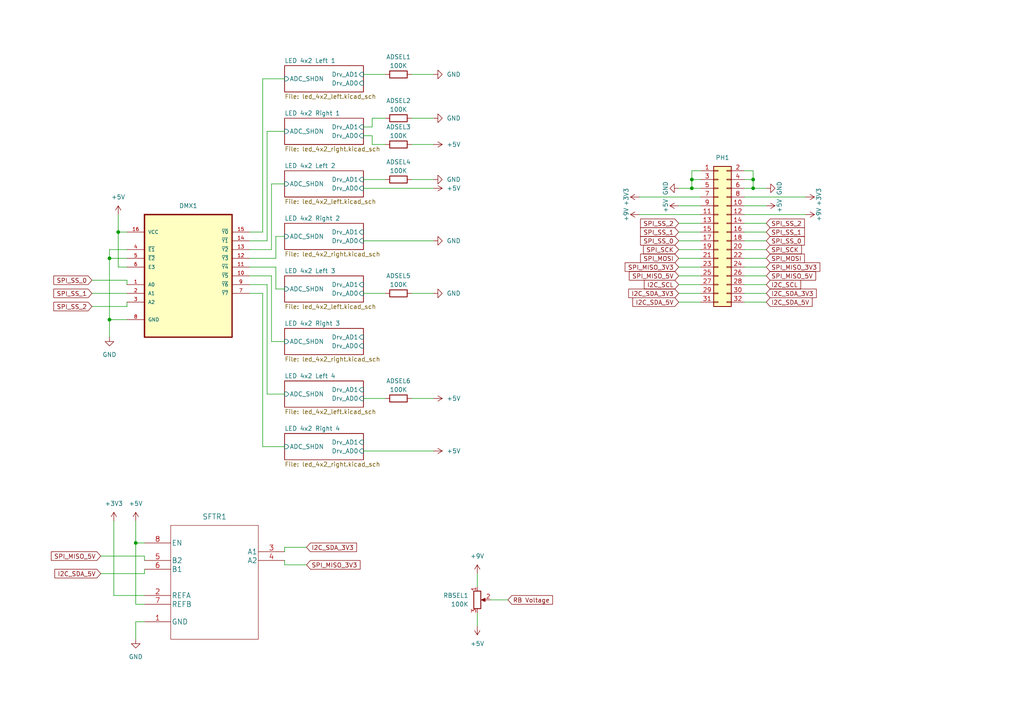
<source format=kicad_sch>
(kicad_sch (version 20211123) (generator eeschema)
  (paper "A4")
  (lib_symbols
    (symbol "Connector_Generic:Conn_02x16_Odd_Even" (pin_names (offset 1.016) hide)
      (property "Reference" "J" (at 1.27 20.32 0))
      (property "Value" "Conn_02x16_Odd_Even" (at 1.27 -22.86 0))
      (symbol "Conn_02x16_Odd_Even_1_1"
        (rectangle (start -1.27 -20.193) (end 0 -20.447) (stroke (width 0.1524)))
        (rectangle (start -1.27 -17.653) (end 0 -17.907) (stroke (width 0.1524)))
        (rectangle (start -1.27 -15.113) (end 0 -15.367) (stroke (width 0.1524)))
        (rectangle (start -1.27 -12.573) (end 0 -12.827) (stroke (width 0.1524)))
        (rectangle (start -1.27 -10.033) (end 0 -10.287) (stroke (width 0.1524)))
        (rectangle (start -1.27 -7.493) (end 0 -7.747) (stroke (width 0.1524)))
        (rectangle (start -1.27 -4.953) (end 0 -5.207) (stroke (width 0.1524)))
        (rectangle (start -1.27 -2.413) (end 0 -2.667) (stroke (width 0.1524)))
        (rectangle (start -1.27 0.127) (end 0 -0.127) (stroke (width 0.1524)))
        (rectangle (start -1.27 2.667) (end 0 2.413) (stroke (width 0.1524)))
        (rectangle (start -1.27 5.207) (end 0 4.953) (stroke (width 0.1524)))
        (rectangle (start -1.27 7.747) (end 0 7.493) (stroke (width 0.1524)))
        (rectangle (start -1.27 10.287) (end 0 10.033) (stroke (width 0.1524)))
        (rectangle (start -1.27 12.827) (end 0 12.573) (stroke (width 0.1524)))
        (rectangle (start -1.27 15.367) (end 0 15.113) (stroke (width 0.1524)))
        (rectangle (start -1.27 17.907) (end 0 17.653) (stroke (width 0.1524)))
        (rectangle (start -1.27 19.05) (end 3.81 -21.59) (stroke (width 0.254)) (fill (type background)))
        (rectangle (start 3.81 -20.193) (end 2.54 -20.447) (stroke (width 0.1524)))
        (rectangle (start 3.81 -17.653) (end 2.54 -17.907) (stroke (width 0.1524)))
        (rectangle (start 3.81 -15.113) (end 2.54 -15.367) (stroke (width 0.1524)))
        (rectangle (start 3.81 -12.573) (end 2.54 -12.827) (stroke (width 0.1524)))
        (rectangle (start 3.81 -10.033) (end 2.54 -10.287) (stroke (width 0.1524)))
        (rectangle (start 3.81 -7.493) (end 2.54 -7.747) (stroke (width 0.1524)))
        (rectangle (start 3.81 -4.953) (end 2.54 -5.207) (stroke (width 0.1524)))
        (rectangle (start 3.81 -2.413) (end 2.54 -2.667) (stroke (width 0.1524)))
        (rectangle (start 3.81 0.127) (end 2.54 -0.127) (stroke (width 0.1524)))
        (rectangle (start 3.81 2.667) (end 2.54 2.413) (stroke (width 0.1524)))
        (rectangle (start 3.81 5.207) (end 2.54 4.953) (stroke (width 0.1524)))
        (rectangle (start 3.81 7.747) (end 2.54 7.493) (stroke (width 0.1524)))
        (rectangle (start 3.81 10.287) (end 2.54 10.033) (stroke (width 0.1524)))
        (rectangle (start 3.81 12.827) (end 2.54 12.573) (stroke (width 0.1524)))
        (rectangle (start 3.81 15.367) (end 2.54 15.113) (stroke (width 0.1524)))
        (rectangle (start 3.81 17.907) (end 2.54 17.653) (stroke (width 0.1524)))
        (pin passive line (at -5.08 17.78 0) (length 3.81) (name "Pin_1") (number "1"))
        (pin passive line (at 7.62 7.62 180) (length 3.81) (name "Pin_10") (number "10"))
        (pin passive line (at -5.08 5.08 0) (length 3.81) (name "Pin_11") (number "11"))
        (pin passive line (at 7.62 5.08 180) (length 3.81) (name "Pin_12") (number "12"))
        (pin passive line (at -5.08 2.54 0) (length 3.81) (name "Pin_13") (number "13"))
        (pin passive line (at 7.62 2.54 180) (length 3.81) (name "Pin_14") (number "14"))
        (pin passive line (at -5.08 0 0) (length 3.81) (name "Pin_15") (number "15"))
        (pin passive line (at 7.62 0 180) (length 3.81) (name "Pin_16") (number "16"))
        (pin passive line (at -5.08 -2.54 0) (length 3.81) (name "Pin_17") (number "17"))
        (pin passive line (at 7.62 -2.54 180) (length 3.81) (name "Pin_18") (number "18"))
        (pin passive line (at -5.08 -5.08 0) (length 3.81) (name "Pin_19") (number "19"))
        (pin passive line (at 7.62 17.78 180) (length 3.81) (name "Pin_2") (number "2"))
        (pin passive line (at 7.62 -5.08 180) (length 3.81) (name "Pin_20") (number "20"))
        (pin passive line (at -5.08 -7.62 0) (length 3.81) (name "Pin_21") (number "21"))
        (pin passive line (at 7.62 -7.62 180) (length 3.81) (name "Pin_22") (number "22"))
        (pin passive line (at -5.08 -10.16 0) (length 3.81) (name "Pin_23") (number "23"))
        (pin passive line (at 7.62 -10.16 180) (length 3.81) (name "Pin_24") (number "24"))
        (pin passive line (at -5.08 -12.7 0) (length 3.81) (name "Pin_25") (number "25"))
        (pin passive line (at 7.62 -12.7 180) (length 3.81) (name "Pin_26") (number "26"))
        (pin passive line (at -5.08 -15.24 0) (length 3.81) (name "Pin_27") (number "27"))
        (pin passive line (at 7.62 -15.24 180) (length 3.81) (name "Pin_28") (number "28"))
        (pin passive line (at -5.08 -17.78 0) (length 3.81) (name "Pin_29") (number "29"))
        (pin passive line (at -5.08 15.24 0) (length 3.81) (name "Pin_3") (number "3"))
        (pin passive line (at 7.62 -17.78 180) (length 3.81) (name "Pin_30") (number "30"))
        (pin passive line (at -5.08 -20.32 0) (length 3.81) (name "Pin_31") (number "31"))
        (pin passive line (at 7.62 -20.32 180) (length 3.81) (name "Pin_32") (number "32"))
        (pin passive line (at 7.62 15.24 180) (length 3.81) (name "Pin_4") (number "4"))
        (pin passive line (at -5.08 12.7 0) (length 3.81) (name "Pin_5") (number "5"))
        (pin passive line (at 7.62 12.7 180) (length 3.81) (name "Pin_6") (number "6"))
        (pin passive line (at -5.08 10.16 0) (length 3.81) (name "Pin_7") (number "7"))
        (pin passive line (at 7.62 10.16 180) (length 3.81) (name "Pin_8") (number "8"))
        (pin passive line (at -5.08 7.62 0) (length 3.81) (name "Pin_9") (number "9"))
      )
    )
    (symbol "DEMUX:74HC138D-Q100,118" (pin_names (offset 1.016))
      (property "Reference" "U" (at -5.2832 18.1102 0))
      (property "Value" "74HC138D-Q100,118" (at -4.826 -24.9174 0))
      (symbol "74HC138D-Q100,118_0_0"
        (rectangle (start -12.7 -20.32) (end 12.7 15.24) (stroke (width 0.4064)) (fill (type background)))
        (pin input line (at -17.78 -5.08 0) (length 5.08) (name "A0") (number "1"))
        (pin output line (at 17.78 -2.54 180) (length 5.08) (name "~{Y5}") (number "10"))
        (pin output line (at 17.78 0 180) (length 5.08) (name "~{Y4}") (number "11"))
        (pin output line (at 17.78 2.54 180) (length 5.08) (name "~{Y3}") (number "12"))
        (pin output line (at 17.78 5.08 180) (length 5.08) (name "~{Y2}") (number "13"))
        (pin output line (at 17.78 7.62 180) (length 5.08) (name "~{Y1}") (number "14"))
        (pin output line (at 17.78 10.16 180) (length 5.08) (name "~{Y0}") (number "15"))
        (pin power_in line (at -17.78 10.16 0) (length 5.08) (name "VCC") (number "16"))
        (pin input line (at -17.78 -7.62 0) (length 5.08) (name "A1") (number "2"))
        (pin input line (at -17.78 -10.16 0) (length 5.08) (name "A2") (number "3"))
        (pin input line (at -17.78 5.08 0) (length 5.08) (name "~{E1}") (number "4"))
        (pin input line (at -17.78 2.54 0) (length 5.08) (name "~{E2}") (number "5"))
        (pin input line (at -17.78 0 0) (length 5.08) (name "E3") (number "6"))
        (pin output line (at 17.78 -7.62 180) (length 5.08) (name "~{Y7}") (number "7"))
        (pin passive line (at -17.78 -15.24 0) (length 5.08) (name "GND") (number "8"))
        (pin output line (at 17.78 -5.08 180) (length 5.08) (name "~{Y6}") (number "9"))
      )
    )
    (symbol "Device:R" (pin_numbers hide) (pin_names (offset 0))
      (property "Reference" "R" (at 2.032 0 90))
      (property "Value" "R" (at 0 0 90))
      (symbol "R_0_1"
        (rectangle (start -1.016 -2.54) (end 1.016 2.54) (stroke (width 0.254)))
      )
      (symbol "R_1_1"
        (pin passive line (at 0 3.81 270) (length 1.27) (name "~") (number "1"))
        (pin passive line (at 0 -3.81 90) (length 1.27) (name "~") (number "2"))
      )
    )
    (symbol "Device:R_Potentiometer" (pin_names (offset 1.016) hide)
      (property "Reference" "RV" (at -4.445 0 90))
      (property "Value" "R_Potentiometer" (at -2.54 0 90))
      (symbol "R_Potentiometer_0_1"
        (polyline (pts (xy 2.54 0) (xy 1.524 0)))
        (polyline (pts (xy 1.143 0) (xy 2.286 0.508) (xy 2.286 -0.508) (xy 1.143 0)) (fill (type outline)))
        (rectangle (start 1.016 2.54) (end -1.016 -2.54) (stroke (width 0.254)))
      )
      (symbol "R_Potentiometer_1_1"
        (pin passive line (at 0 3.81 270) (length 1.27) (name "1") (number "1"))
        (pin passive line (at 3.81 0 180) (length 1.27) (name "2") (number "2"))
        (pin passive line (at 0 -3.81 90) (length 1.27) (name "3") (number "3"))
      )
    )
    (symbol "Level Shifter:LSF0102DCH" (pin_names (offset 0.254))
      (property "Reference" "U" (at 20.32 10.16 0))
      (property "Value" "LSF0102DCH" (at 20.32 7.62 0))
      (symbol "LSF0102DCH_1_1"
        (polyline (pts (xy 7.62 -27.94) (xy 33.02 -27.94)) (stroke (width 0.127)))
        (polyline (pts (xy 7.62 5.08) (xy 7.62 -27.94)) (stroke (width 0.127)))
        (polyline (pts (xy 33.02 -27.94) (xy 33.02 5.08)) (stroke (width 0.127)))
        (polyline (pts (xy 33.02 5.08) (xy 7.62 5.08)) (stroke (width 0.127)))
        (pin power_in line (at 0 -22.86 0) (length 7.62) (name "GND") (number "1"))
        (pin power_in line (at 0 -15.24 0) (length 7.62) (name "REFA") (number "2"))
        (pin bidirectional line (at 40.64 -2.54 180) (length 7.62) (name "A1") (number "3"))
        (pin bidirectional line (at 40.64 -5.08 180) (length 7.62) (name "A2") (number "4"))
        (pin bidirectional line (at 0 -5.08 0) (length 7.62) (name "B2") (number "5"))
        (pin bidirectional line (at 0 -7.62 0) (length 7.62) (name "B1") (number "6"))
        (pin power_in line (at 0 -17.78 0) (length 7.62) (name "REFB") (number "7"))
        (pin input line (at 0 0 0) (length 7.62) (name "EN") (number "8"))
      )
    )
    (symbol "power:+3V3" (power) (pin_names (offset 0))
      (property "Value" "+3V3" (at 0 3.556 0))
      (symbol "+3V3_0_1"
        (polyline (pts (xy -0.762 1.27) (xy 0 2.54)))
        (polyline (pts (xy 0 0) (xy 0 2.54)))
        (polyline (pts (xy 0 2.54) (xy 0.762 1.27)))
      )
      (symbol "+3V3_1_1"
        (pin power_in line (at 0 0 90) (length 0) hide (name "+3V3") (number "1"))
      )
    )
    (symbol "power:+5V" (power) (pin_names (offset 0))
      (property "Value" "+5V" (at 0 3.556 0))
      (symbol "+5V_0_1"
        (polyline (pts (xy -0.762 1.27) (xy 0 2.54)))
        (polyline (pts (xy 0 0) (xy 0 2.54)))
        (polyline (pts (xy 0 2.54) (xy 0.762 1.27)))
      )
      (symbol "+5V_1_1"
        (pin power_in line (at 0 0 90) (length 0) hide (name "+5V") (number "1"))
      )
    )
    (symbol "power:+9V" (power) (pin_names (offset 0))
      (property "Value" "+9V" (at 0 3.556 0))
      (symbol "+9V_0_1"
        (polyline (pts (xy -0.762 1.27) (xy 0 2.54)))
        (polyline (pts (xy 0 0) (xy 0 2.54)))
        (polyline (pts (xy 0 2.54) (xy 0.762 1.27)))
      )
      (symbol "+9V_1_1"
        (pin power_in line (at 0 0 90) (length 0) hide (name "+9V") (number "1"))
      )
    )
    (symbol "power:GND" (power) (pin_names (offset 0))
      (property "Value" "GND" (at 0 -3.81 0))
      (symbol "GND_0_1"
        (polyline (pts (xy 0 0) (xy 0 -1.27) (xy 1.27 -1.27) (xy 0 -2.54) (xy -1.27 -1.27) (xy 0 -1.27)))
      )
      (symbol "GND_1_1"
        (pin power_in line (at 0 0 270) (length 0) hide (name "GND") (number "1"))
      )
    )
  )
  (junction (at 200.66 52.07))
  (junction (at 200.66 54.61))
  (junction (at 218.44 54.61))
  (junction (at 31.75 74.93))
  (junction (at 39.37 157.48))
  (junction (at 34.29 67.31))
  (junction (at 31.75 92.71))
  (junction (at 218.44 52.07))
  (wire (pts (xy 105.41 39.37) (xy 107.95 39.37)))
  (wire (pts (xy 31.75 92.71) (xy 31.75 97.79)))
  (wire (pts (xy 72.39 67.31) (xy 76.2 67.31)))
  (wire (pts (xy 203.2 77.47) (xy 196.85 77.47)))
  (wire (pts (xy 203.2 72.39) (xy 196.85 72.39)))
  (wire (pts (xy 107.95 34.29) (xy 107.95 36.83)))
  (wire (pts (xy 76.2 129.54) (xy 82.55 129.54)))
  (wire (pts (xy 203.2 57.15) (xy 185.42 57.15)))
  (wire (pts (xy 111.76 34.29) (xy 107.95 34.29)))
  (wire (pts (xy 78.74 72.39) (xy 78.74 53.34)))
  (wire (pts (xy 72.39 80.01) (xy 78.74 80.01)))
  (wire (pts (xy 215.9 59.69) (xy 222.25 59.69)))
  (wire (pts (xy 80.01 68.58) (xy 82.55 68.58)))
  (wire (pts (xy 72.39 85.09) (xy 76.2 85.09)))
  (wire (pts (xy 203.2 49.53) (xy 200.66 49.53)))
  (wire (pts (xy 36.83 92.71) (xy 31.75 92.71)))
  (wire (pts (xy 215.9 64.77) (xy 222.25 64.77)))
  (wire (pts (xy 119.38 41.91) (xy 125.73 41.91)))
  (wire (pts (xy 78.74 99.06) (xy 82.55 99.06)))
  (wire (pts (xy 105.41 54.61) (xy 125.73 54.61)))
  (wire (pts (xy 138.43 166.37) (xy 138.43 170.18)))
  (wire (pts (xy 77.47 69.85) (xy 77.47 38.1)))
  (wire (pts (xy 119.38 85.09) (xy 125.73 85.09)))
  (wire (pts (xy 36.83 77.47) (xy 34.29 77.47)))
  (wire (pts (xy 218.44 49.53) (xy 218.44 52.07)))
  (wire (pts (xy 218.44 54.61) (xy 222.25 54.61)))
  (wire (pts (xy 119.38 115.57) (xy 125.73 115.57)))
  (wire (pts (xy 119.38 34.29) (xy 125.73 34.29)))
  (wire (pts (xy 105.41 21.59) (xy 111.76 21.59)))
  (wire (pts (xy 76.2 85.09) (xy 76.2 129.54)))
  (wire (pts (xy 215.9 74.93) (xy 222.25 74.93)))
  (wire (pts (xy 215.9 49.53) (xy 218.44 49.53)))
  (wire (pts (xy 107.95 36.83) (xy 105.41 36.83)))
  (wire (pts (xy 77.47 114.3) (xy 82.55 114.3)))
  (wire (pts (xy 34.29 62.23) (xy 34.29 67.31)))
  (wire (pts (xy 119.38 21.59) (xy 125.73 21.59)))
  (wire (pts (xy 215.9 72.39) (xy 222.25 72.39)))
  (wire (pts (xy 31.75 92.71) (xy 31.75 74.93)))
  (wire (pts (xy 200.66 52.07) (xy 200.66 54.61)))
  (wire (pts (xy 36.83 88.9) (xy 36.83 87.63)))
  (wire (pts (xy 215.9 77.47) (xy 222.25 77.47)))
  (wire (pts (xy 80.01 83.82) (xy 82.55 83.82)))
  (wire (pts (xy 105.41 85.09) (xy 111.76 85.09)))
  (wire (pts (xy 138.43 177.8) (xy 138.43 181.61)))
  (wire (pts (xy 215.9 67.31) (xy 222.25 67.31)))
  (wire (pts (xy 78.74 80.01) (xy 78.74 99.06)))
  (wire (pts (xy 39.37 180.34) (xy 39.37 185.42)))
  (wire (pts (xy 26.67 85.09) (xy 36.83 85.09)))
  (wire (pts (xy 107.95 39.37) (xy 107.95 41.91)))
  (wire (pts (xy 119.38 52.07) (xy 125.73 52.07)))
  (wire (pts (xy 72.39 82.55) (xy 77.47 82.55)))
  (wire (pts (xy 80.01 74.93) (xy 80.01 68.58)))
  (wire (pts (xy 203.2 64.77) (xy 196.85 64.77)))
  (wire (pts (xy 80.01 77.47) (xy 80.01 83.82)))
  (wire (pts (xy 72.39 74.93) (xy 80.01 74.93)))
  (wire (pts (xy 41.91 166.37) (xy 41.91 165.1)))
  (wire (pts (xy 41.91 180.34) (xy 39.37 180.34)))
  (wire (pts (xy 105.41 115.57) (xy 111.76 115.57)))
  (wire (pts (xy 200.66 54.61) (xy 196.85 54.61)))
  (wire (pts (xy 203.2 69.85) (xy 196.85 69.85)))
  (wire (pts (xy 39.37 151.13) (xy 39.37 157.48)))
  (wire (pts (xy 203.2 74.93) (xy 196.85 74.93)))
  (wire (pts (xy 76.2 22.86) (xy 82.55 22.86)))
  (wire (pts (xy 203.2 62.23) (xy 185.42 62.23)))
  (wire (pts (xy 215.9 52.07) (xy 218.44 52.07)))
  (wire (pts (xy 76.2 67.31) (xy 76.2 22.86)))
  (wire (pts (xy 82.55 158.75) (xy 82.55 160.02)))
  (wire (pts (xy 36.83 81.28) (xy 36.83 82.55)))
  (wire (pts (xy 26.67 81.28) (xy 36.83 81.28)))
  (wire (pts (xy 39.37 157.48) (xy 41.91 157.48)))
  (wire (pts (xy 82.55 163.83) (xy 88.9 163.83)))
  (wire (pts (xy 34.29 77.47) (xy 34.29 67.31)))
  (wire (pts (xy 203.2 67.31) (xy 196.85 67.31)))
  (wire (pts (xy 218.44 52.07) (xy 218.44 54.61)))
  (wire (pts (xy 196.85 87.63) (xy 203.2 87.63)))
  (wire (pts (xy 215.9 62.23) (xy 233.68 62.23)))
  (wire (pts (xy 215.9 82.55) (xy 222.25 82.55)))
  (wire (pts (xy 33.02 151.13) (xy 33.02 172.72)))
  (wire (pts (xy 41.91 175.26) (xy 39.37 175.26)))
  (wire (pts (xy 82.55 158.75) (xy 88.9 158.75)))
  (wire (pts (xy 107.95 41.91) (xy 111.76 41.91)))
  (wire (pts (xy 34.29 67.31) (xy 36.83 67.31)))
  (wire (pts (xy 33.02 172.72) (xy 41.91 172.72)))
  (wire (pts (xy 26.67 88.9) (xy 36.83 88.9)))
  (wire (pts (xy 77.47 38.1) (xy 82.55 38.1)))
  (wire (pts (xy 29.21 166.37) (xy 41.91 166.37)))
  (wire (pts (xy 215.9 80.01) (xy 222.25 80.01)))
  (wire (pts (xy 142.24 173.99) (xy 147.32 173.99)))
  (wire (pts (xy 222.25 87.63) (xy 215.9 87.63)))
  (wire (pts (xy 72.39 69.85) (xy 77.47 69.85)))
  (wire (pts (xy 31.75 74.93) (xy 36.83 74.93)))
  (wire (pts (xy 105.41 52.07) (xy 111.76 52.07)))
  (wire (pts (xy 39.37 175.26) (xy 39.37 157.48)))
  (wire (pts (xy 72.39 77.47) (xy 80.01 77.47)))
  (wire (pts (xy 215.9 57.15) (xy 233.68 57.15)))
  (wire (pts (xy 105.41 130.81) (xy 125.73 130.81)))
  (wire (pts (xy 29.21 161.29) (xy 41.91 161.29)))
  (wire (pts (xy 215.9 69.85) (xy 222.25 69.85)))
  (wire (pts (xy 105.41 69.85) (xy 125.73 69.85)))
  (wire (pts (xy 203.2 59.69) (xy 196.85 59.69)))
  (wire (pts (xy 222.25 85.09) (xy 215.9 85.09)))
  (wire (pts (xy 78.74 53.34) (xy 82.55 53.34)))
  (wire (pts (xy 203.2 80.01) (xy 196.85 80.01)))
  (wire (pts (xy 200.66 49.53) (xy 200.66 52.07)))
  (wire (pts (xy 77.47 82.55) (xy 77.47 114.3)))
  (wire (pts (xy 203.2 54.61) (xy 200.66 54.61)))
  (wire (pts (xy 72.39 72.39) (xy 78.74 72.39)))
  (wire (pts (xy 196.85 85.09) (xy 203.2 85.09)))
  (wire (pts (xy 203.2 82.55) (xy 196.85 82.55)))
  (wire (pts (xy 36.83 72.39) (xy 31.75 72.39)))
  (wire (pts (xy 203.2 52.07) (xy 200.66 52.07)))
  (wire (pts (xy 31.75 72.39) (xy 31.75 74.93)))
  (wire (pts (xy 215.9 54.61) (xy 218.44 54.61)))
  (wire (pts (xy 82.55 163.83) (xy 82.55 162.56)))
  (wire (pts (xy 41.91 162.56) (xy 41.91 161.29)))
  (global_label "SPI_MISO_3V3" (shape input) (at 222.25 77.47 0) (property "Intersheet References" "${INTERSHEET_REFS}" (effects hide)))
  (global_label "I2C_SDA_5V" (shape input) (at 29.21 166.37 180) (property "Intersheet References" "${INTERSHEET_REFS}" (effects hide)))
  (global_label "SPI_SS_2" (shape input) (at 196.85 64.77 180) (property "Intersheet References" "${INTERSHEET_REFS}" (effects hide)))
  (global_label "SPI_MISO_3V3" (shape input) (at 196.85 77.47 180) (property "Intersheet References" "${INTERSHEET_REFS}" (effects hide)))
  (global_label "SPI_MISO_5V" (shape input) (at 222.25 80.01 0) (property "Intersheet References" "${INTERSHEET_REFS}" (effects hide)))
  (global_label "I2C_SCL" (shape input) (at 196.85 82.55 180) (property "Intersheet References" "${INTERSHEET_REFS}" (effects hide)))
  (global_label "SPI_SS_2" (shape input) (at 222.25 64.77 0) (property "Intersheet References" "${INTERSHEET_REFS}" (effects hide)))
  (global_label "SPI_MISO_5V" (shape input) (at 196.85 80.01 180) (property "Intersheet References" "${INTERSHEET_REFS}" (effects hide)))
  (global_label "SPI_MOSI" (shape input) (at 222.25 74.93 0) (property "Intersheet References" "${INTERSHEET_REFS}" (effects hide)))
  (global_label "SPI_MISO_5V" (shape input) (at 29.21 161.29 180) (property "Intersheet References" "${INTERSHEET_REFS}" (effects hide)))
  (global_label "I2C_SDA_3V3" (shape input) (at 88.9 158.75 0) (property "Intersheet References" "${INTERSHEET_REFS}" (effects hide)))
  (global_label "SPI_SS_0" (shape input) (at 196.85 69.85 180) (property "Intersheet References" "${INTERSHEET_REFS}" (effects hide)))
  (global_label "SPI_SS_1" (shape input) (at 196.85 67.31 180) (property "Intersheet References" "${INTERSHEET_REFS}" (effects hide)))
  (global_label "SPI_MOSI" (shape input) (at 196.85 74.93 180) (property "Intersheet References" "${INTERSHEET_REFS}" (effects hide)))
  (global_label "I2C_SCL" (shape input) (at 222.25 82.55 0) (property "Intersheet References" "${INTERSHEET_REFS}" (effects hide)))
  (global_label "I2C_SDA_3V3" (shape input) (at 222.25 85.09 0) (property "Intersheet References" "${INTERSHEET_REFS}" (effects hide)))
  (global_label "SPI_SS_1" (shape input) (at 26.67 85.09 180) (property "Intersheet References" "${INTERSHEET_REFS}" (effects hide)))
  (global_label "I2C_SDA_5V" (shape input) (at 222.25 87.63 0) (property "Intersheet References" "${INTERSHEET_REFS}" (effects hide)))
  (global_label "SPI_SCK" (shape input) (at 196.85 72.39 180) (property "Intersheet References" "${INTERSHEET_REFS}" (effects hide)))
  (global_label "SPI_SS_0" (shape input) (at 26.67 81.28 180) (property "Intersheet References" "${INTERSHEET_REFS}" (effects hide)))
  (global_label "SPI_SS_0" (shape input) (at 222.25 69.85 0) (property "Intersheet References" "${INTERSHEET_REFS}" (effects hide)))
  (global_label "SPI_MISO_3V3" (shape input) (at 88.9 163.83 0) (property "Intersheet References" "${INTERSHEET_REFS}" (effects hide)))
  (global_label "RB Voltage" (shape input) (at 147.32 173.99 0) (property "Intersheet References" "${INTERSHEET_REFS}" (effects hide)))
  (global_label "SPI_SS_1" (shape input) (at 222.25 67.31 0) (property "Intersheet References" "${INTERSHEET_REFS}" (effects hide)))
  (global_label "SPI_SCK" (shape input) (at 222.25 72.39 0) (property "Intersheet References" "${INTERSHEET_REFS}" (effects hide)))
  (global_label "I2C_SDA_3V3" (shape input) (at 196.85 85.09 180) (property "Intersheet References" "${INTERSHEET_REFS}" (effects hide)))
  (global_label "SPI_SS_2" (shape input) (at 26.67 88.9 180) (property "Intersheet References" "${INTERSHEET_REFS}" (effects hide)))
  (global_label "I2C_SDA_5V" (shape input) (at 196.85 87.63 180) (property "Intersheet References" "${INTERSHEET_REFS}" (effects hide)))
  (symbol (lib_id "power:+3V3") (at 33.02 151.13 0) (unit 1)
    (property "Reference" "#PWR0153" (effects hide))
    (property "Value" "+3V3" (at 33.02 146.05 0))
  )
  (symbol (lib_id "power:GND") (at 196.85 54.61 270) (mirror x) (unit 1)
    (property "Reference" "#PWR0166" (effects hide))
    (property "Value" "GND" (at 193.04 54.61 0))
  )
  (symbol (lib_id "Level Shifter:LSF0102DCH") (at 41.91 157.48 0) (unit 1)
    (property "Reference" "SFTR1" (at 62.23 149.86 0) (effects (font (size 1.524 1.524))))
    (property "Value" "LSF0102DCH" (effects hide))
    (property "Footprint" "Level Shifter:LSF0102DCH" (effects hide))
  )
  (symbol (lib_id "DEMUX:74HC138D-Q100,118") (at 54.61 77.47 0) (unit 1)
    (property "Reference" "DMX1" (at 54.61 59.69 0))
    (property "Value" "74HC138D-Q100,118" (effects hide))
    (property "Footprint" "DEMUX:footprints" (effects hide))
    (property "OC_FARNELL" "-" (effects hide))
    (property "OC_NEWARK" "71R2035" (effects hide))
    (property "MPN" "74HC138D-Q100,118" (effects hide))
    (property "PACKAGE" "SOIC-16" (effects hide))
    (property "SUPPLIER" "NXP" (effects hide))
  )
  (symbol (lib_id "power:+5V") (at 125.73 130.81 270) (unit 1)
    (property "Reference" "#PWR0154" (effects hide))
    (property "Value" "+5V" (at 129.54 130.8099 90) (effects (justify left)))
  )
  (symbol (lib_id "power:GND") (at 125.73 34.29 90) (unit 1)
    (property "Reference" "#PWR0158" (effects hide))
    (property "Value" "GND" (at 129.54 34.2899 90) (effects (justify right)))
  )
  (symbol (lib_id "Device:R") (at 115.57 21.59 90) (unit 1)
    (property "Reference" "ADSEL1" (at 115.57 16.51 90))
    (property "Value" "100K" (at 115.57 19.05 90))
    (property "Footprint" "Resistor TH:footprints" (effects hide))
  )
  (symbol (lib_id "power:GND") (at 39.37 185.42 0) (unit 1)
    (property "Reference" "#PWR0151" (effects hide))
    (property "Value" "GND" (at 39.37 190.5 0))
  )
  (symbol (lib_id "Device:R_Potentiometer") (at 138.43 173.99 0) (unit 1)
    (property "Reference" "RBSEL1" (at 135.89 172.7199 0) (effects (justify right)))
    (property "Value" "100K" (at 135.89 175.2599 0) (effects (justify right)))
    (property "Footprint" "Potentiometer_THT:Potentiometer_Runtron_RM-065_Vertical" (effects hide))
  )
  (symbol (lib_id "power:GND") (at 125.73 69.85 90) (unit 1)
    (property "Reference" "#PWR0162" (effects hide))
    (property "Value" "GND" (at 129.54 69.8499 90) (effects (justify right)))
  )
  (symbol (lib_id "Device:R") (at 115.57 41.91 90) (unit 1)
    (property "Reference" "ADSEL3" (at 115.57 36.83 90))
    (property "Value" "100K" (at 115.57 39.37 90))
    (property "Footprint" "Resistor TH:footprints" (effects hide))
  )
  (symbol (lib_id "power:+9V") (at 138.43 166.37 0) (unit 1)
    (property "Reference" "#PWR0167" (effects hide))
    (property "Value" "+9V" (at 138.43 161.29 0))
  )
  (symbol (lib_id "power:+5V") (at 34.29 62.23 0) (unit 1)
    (property "Reference" "#PWR0107" (effects hide))
    (property "Value" "+5V" (at 34.29 57.15 0))
  )
  (symbol (lib_id "power:+9V") (at 185.42 62.23 90) (mirror x) (unit 1)
    (property "Reference" "#PWR0164" (effects hide))
    (property "Value" "+9V" (at 181.61 62.23 0))
  )
  (symbol (lib_id "power:+5V") (at 125.73 41.91 270) (unit 1)
    (property "Reference" "#PWR0160" (effects hide))
    (property "Value" "+5V" (at 129.54 41.9099 90) (effects (justify left)))
  )
  (symbol (lib_id "Connector_Generic:Conn_02x16_Odd_Even") (at 208.28 67.31 0) (unit 1)
    (property "Reference" "PH1" (at 209.55 45.72 0))
    (property "Value" "Conn_02x16_Odd_Even" (effects hide))
    (property "Footprint" "Connector_PinHeader_2.54mm:PinHeader_2x16_P2.54mm_Vertical" (effects hide))
  )
  (symbol (lib_id "Device:R") (at 115.57 52.07 90) (unit 1)
    (property "Reference" "ADSEL4" (at 115.57 46.99 90))
    (property "Value" "100K" (at 115.57 49.53 90))
    (property "Footprint" "Resistor TH:footprints" (effects hide))
  )
  (symbol (lib_id "Device:R") (at 115.57 34.29 90) (unit 1)
    (property "Reference" "ADSEL2" (at 115.57 29.21 90))
    (property "Value" "100K" (at 115.57 31.75 90))
    (property "Footprint" "Resistor TH:footprints" (effects hide))
  )
  (symbol (lib_id "Device:R") (at 115.57 85.09 90) (unit 1)
    (property "Reference" "ADSEL5" (at 115.57 80.01 90))
    (property "Value" "100K" (at 115.57 82.55 90))
    (property "Footprint" "Resistor TH:footprints" (effects hide))
  )
  (symbol (lib_id "power:+9V") (at 233.68 62.23 270) (unit 1)
    (property "Reference" "#PWR0172" (effects hide))
    (property "Value" "+9V" (at 237.49 62.23 0))
  )
  (symbol (lib_id "power:GND") (at 222.25 54.61 90) (unit 1)
    (property "Reference" "#PWR0169" (effects hide))
    (property "Value" "GND" (at 226.06 54.61 0))
  )
  (symbol (lib_id "power:+3V3") (at 185.42 57.15 90) (mirror x) (unit 1)
    (property "Reference" "#PWR0163" (effects hide))
    (property "Value" "+3V3" (at 181.61 57.15 0))
  )
  (symbol (lib_id "power:GND") (at 31.75 97.79 0) (unit 1)
    (property "Reference" "#PWR0108" (effects hide))
    (property "Value" "GND" (at 31.75 102.87 0))
  )
  (symbol (lib_id "power:+5V") (at 39.37 151.13 0) (unit 1)
    (property "Reference" "#PWR0152" (effects hide))
    (property "Value" "+5V" (at 39.37 146.05 0))
  )
  (symbol (lib_id "power:+5V") (at 125.73 54.61 270) (unit 1)
    (property "Reference" "#PWR0161" (effects hide))
    (property "Value" "+5V" (at 129.54 54.6099 90) (effects (justify left)))
  )
  (symbol (lib_id "power:+5V") (at 222.25 59.69 270) (unit 1)
    (property "Reference" "#PWR0171" (effects hide))
    (property "Value" "+5V" (at 226.06 59.69 0))
  )
  (symbol (lib_id "power:+3V3") (at 233.68 57.15 270) (unit 1)
    (property "Reference" "#PWR0170" (effects hide))
    (property "Value" "+3V3" (at 237.49 57.15 0))
  )
  (symbol (lib_id "power:+5V") (at 196.85 59.69 90) (mirror x) (unit 1)
    (property "Reference" "#PWR0165" (effects hide))
    (property "Value" "+5V" (at 193.04 59.69 0))
  )
  (symbol (lib_id "power:GND") (at 125.73 52.07 90) (unit 1)
    (property "Reference" "#PWR0159" (effects hide))
    (property "Value" "GND" (at 129.54 52.0699 90) (effects (justify right)))
  )
  (symbol (lib_id "power:+5V") (at 125.73 115.57 270) (unit 1)
    (property "Reference" "#PWR0155" (effects hide))
    (property "Value" "+5V" (at 129.54 115.5699 90) (effects (justify left)))
  )
  (symbol (lib_id "power:+5V") (at 138.43 181.61 180) (unit 1)
    (property "Reference" "#PWR0168" (effects hide))
    (property "Value" "+5V" (at 138.43 186.69 0))
  )
  (symbol (lib_id "Device:R") (at 115.57 115.57 90) (unit 1)
    (property "Reference" "ADSEL6" (at 115.57 110.49 90))
    (property "Value" "100K" (at 115.57 113.03 90))
    (property "Footprint" "Resistor TH:footprints" (effects hide))
  )
  (symbol (lib_id "power:GND") (at 125.73 85.09 90) (unit 1)
    (property "Reference" "#PWR0156" (effects hide))
    (property "Value" "GND" (at 129.54 85.0899 90) (effects (justify right)))
  )
  (symbol (lib_id "power:GND") (at 125.73 21.59 90) (unit 1)
    (property "Reference" "#PWR0157" (effects hide))
    (property "Value" "GND" (at 129.54 21.5899 90) (effects (justify right)))
  )
  (sheet (at 82.55 64.77) (size 22.86 7.62) (stroke (width 0.1524))
    (property "Sheet name" "LED 4x2 Right 2" (at 82.55 64.0584 0) (effects (justify left bottom)))
    (property "Sheet file" "led_4x2_right.kicad_sch" (at 82.55 72.9746 0) (effects (justify left top)))
    (pin "Drv_AD1" input (at 105.41 67.31 0))
    (pin "Drv_AD0" input (at 105.41 69.85 0))
    (pin "ADC_SHDN" input (at 82.55 68.58 180))
  )
  (sheet (at 82.55 110.49) (size 22.86 7.62) (stroke (width 0.1524))
    (property "Sheet name" "LED 4x2 Left 4" (at 82.55 109.7784 0) (effects (justify left bottom)))
    (property "Sheet file" "led_4x2_left.kicad_sch" (at 82.55 118.6946 0) (effects (justify left top)))
    (pin "Drv_AD1" input (at 105.41 113.03 0))
    (pin "Drv_AD0" input (at 105.41 115.57 0))
    (pin "ADC_SHDN" input (at 82.55 114.3 180))
  )
  (sheet (at 82.55 19.05) (size 22.86 7.62) (stroke (width 0.1524))
    (property "Sheet name" "LED 4x2 Left 1" (at 82.55 18.3384 0) (effects (justify left bottom)))
    (property "Sheet file" "led_4x2_left.kicad_sch" (at 82.55 27.2546 0) (effects (justify left top)))
    (pin "Drv_AD1" input (at 105.41 21.59 0))
    (pin "Drv_AD0" input (at 105.41 24.13 0))
    (pin "ADC_SHDN" input (at 82.55 22.86 180))
  )
  (sheet (at 82.55 80.01) (size 22.86 7.62) (stroke (width 0.1524))
    (property "Sheet name" "LED 4x2 Left 3" (at 82.55 79.2984 0) (effects (justify left bottom)))
    (property "Sheet file" "led_4x2_left.kicad_sch" (at 82.55 88.2146 0) (effects (justify left top)))
    (pin "Drv_AD1" input (at 105.41 82.55 0))
    (pin "Drv_AD0" input (at 105.41 85.09 0))
    (pin "ADC_SHDN" input (at 82.55 83.82 180))
  )
  (sheet (at 82.55 34.29) (size 22.86 7.62) (stroke (width 0.1524))
    (property "Sheet name" "LED 4x2 Right 1" (at 82.55 33.5784 0) (effects (justify left bottom)))
    (property "Sheet file" "led_4x2_right.kicad_sch" (at 82.55 42.4946 0) (effects (justify left top)))
    (pin "Drv_AD1" input (at 105.41 36.83 0))
    (pin "Drv_AD0" input (at 105.41 39.37 0))
    (pin "ADC_SHDN" input (at 82.55 38.1 180))
  )
  (sheet (at 82.55 95.25) (size 22.86 7.62) (stroke (width 0.1524))
    (property "Sheet name" "LED 4x2 Right 3" (at 82.55 94.5384 0) (effects (justify left bottom)))
    (property "Sheet file" "led_4x2_right.kicad_sch" (at 82.55 103.4546 0) (effects (justify left top)))
    (pin "Drv_AD1" input (at 105.41 97.79 0))
    (pin "Drv_AD0" input (at 105.41 100.33 0))
    (pin "ADC_SHDN" input (at 82.55 99.06 180))
  )
  (sheet (at 82.55 49.53) (size 22.86 7.62) (stroke (width 0.1524))
    (property "Sheet name" "LED 4x2 Left 2" (at 82.55 48.8184 0) (effects (justify left bottom)))
    (property "Sheet file" "led_4x2_left.kicad_sch" (at 82.55 57.7346 0) (effects (justify left top)))
    (pin "Drv_AD1" input (at 105.41 52.07 0))
    (pin "Drv_AD0" input (at 105.41 54.61 0))
    (pin "ADC_SHDN" input (at 82.55 53.34 180))
  )
  (sheet (at 82.55 125.73) (size 22.86 7.62) (stroke (width 0.1524))
    (property "Sheet name" "LED 4x2 Right 4" (at 82.55 125.0184 0) (effects (justify left bottom)))
    (property "Sheet file" "led_4x2_right.kicad_sch" (at 82.55 133.9346 0) (effects (justify left top)))
    (pin "Drv_AD1" input (at 105.41 128.27 0))
    (pin "Drv_AD0" input (at 105.41 130.81 0))
    (pin "ADC_SHDN" input (at 82.55 129.54 180))
  )
)
</source>
